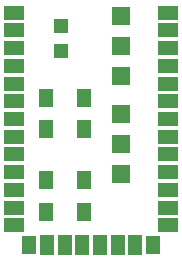
<source format=gbr>
G04 #@! TF.FileFunction,Paste,Top*
%FSLAX46Y46*%
G04 Gerber Fmt 4.6, Leading zero omitted, Abs format (unit mm)*
G04 Created by KiCad (PCBNEW (2014-12-03 BZR 5311)-product) date Mon 23 Mar 2015 17:57:30 UTC*
%MOMM*%
G01*
G04 APERTURE LIST*
%ADD10C,0.100000*%
%ADD11R,1.699260X1.198880*%
%ADD12R,1.198880X1.597660*%
%ADD13R,1.198880X1.699260*%
%ADD14R,1.500000X1.500000*%
%ADD15R,1.300000X1.500000*%
%ADD16R,1.198880X1.198880*%
G04 APERTURE END LIST*
D10*
D11*
X142090140Y-106789220D03*
X142090140Y-108290360D03*
X142090140Y-109788960D03*
X142090140Y-105290620D03*
X142090140Y-103789480D03*
X142090140Y-102290880D03*
X142090140Y-100789740D03*
X142090140Y-99291140D03*
X142090140Y-97790000D03*
X142090140Y-96288860D03*
X142090140Y-94790260D03*
X142090140Y-93289120D03*
X142090140Y-91790520D03*
D12*
X143339820Y-111485680D03*
D13*
X144843500Y-111439960D03*
X146342100Y-111439960D03*
X147840700Y-111439960D03*
X149339300Y-111439960D03*
X150837900Y-111439960D03*
X152336500Y-111439960D03*
D12*
X153835100Y-111488220D03*
D11*
X155089860Y-109788960D03*
X155089860Y-108290360D03*
X155089860Y-106786680D03*
X155089860Y-105290620D03*
X155089860Y-103789480D03*
X155089860Y-102290880D03*
X155089860Y-100789740D03*
X155089860Y-99291140D03*
X155089860Y-97790000D03*
X155089860Y-96288860D03*
X155089860Y-94790260D03*
X155089860Y-93289120D03*
X155089860Y-91790520D03*
D14*
X151130000Y-92075000D03*
X151130000Y-94615000D03*
X151130000Y-105410000D03*
X151130000Y-100330000D03*
X151130000Y-102870000D03*
D15*
X144780000Y-108665000D03*
X144780000Y-105965000D03*
X147955000Y-101680000D03*
X147955000Y-98980000D03*
X144780000Y-101680000D03*
X144780000Y-98980000D03*
X147955000Y-108665000D03*
X147955000Y-105965000D03*
D16*
X146050000Y-95029020D03*
X146050000Y-92930980D03*
D14*
X151130000Y-97155000D03*
M02*

</source>
